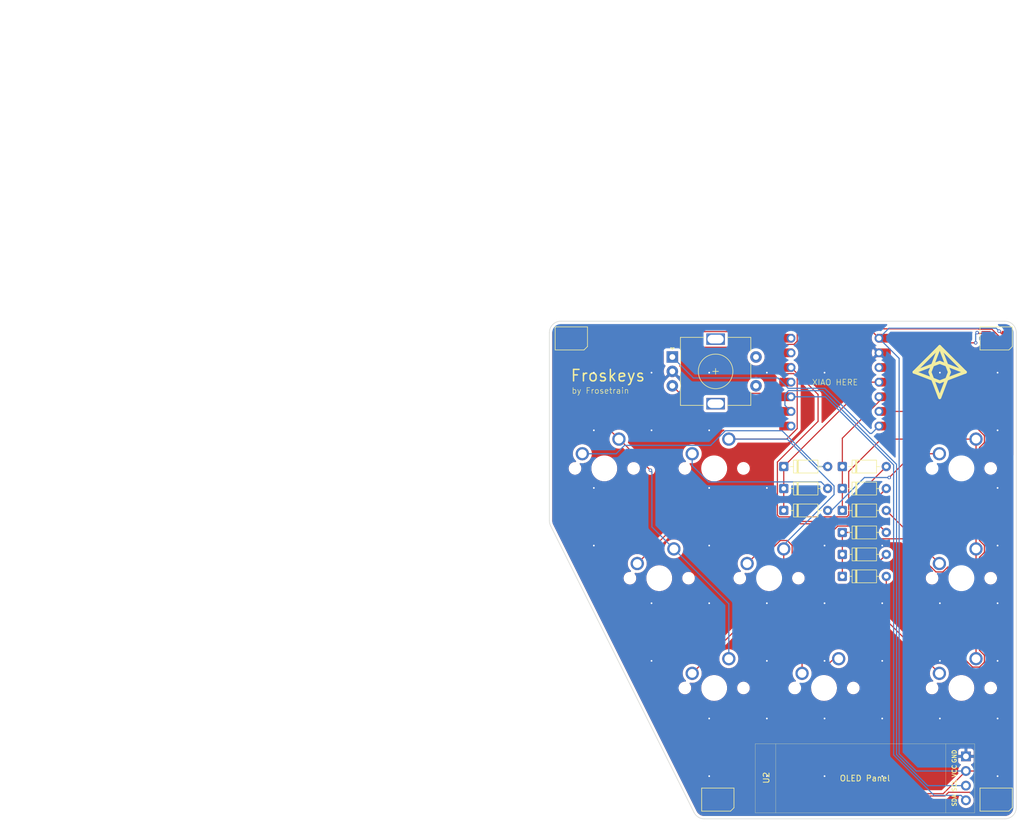
<source format=kicad_pcb>
(kicad_pcb (version 20241229) (generator "pcbnew") (generator_version "9.0")
  (title_block (title "Froskeys") (date "2025-06-22") (rev "1") (company "Frosetrain"))
  (layers (0 "F.Cu" signal) (2 "B.Cu" signal) (13 "F.Paste" user) (15 "B.Paste" user) (5 "F.SilkS" user "F.Silkscreen") (7 "B.SilkS" user "B.Silkscreen") (1 "F.Mask" user) (3 "B.Mask" user) (25 "Edge.Cuts" user))
  (net 0 "")
  (net 1 "Net-(D1-A)")
  (net 2 "ROW1")
  (net 3 "Net-(D2-A)")
  (net 4 "Net-(D3-A)")
  (net 5 "Net-(D4-A)")
  (net 6 "ROW2")
  (net 7 "Net-(D5-A)")
  (net 8 "Net-(D6-A)")
  (net 9 "Net-(D7-A)")
  (net 10 "ROW3")
  (net 11 "Net-(D8-A)")
  (net 12 "Net-(D9-A)")
  (net 13 "DIN")
  (net 14 "Net-(LED1-DOUT)")
  (net 15 "GND")
  (net 16 "+5V")
  (net 17 "Net-(LED2-DOUT)")
  (net 18 "Net-(LED3-DOUT)")
  (net 19 "COL1")
  (net 20 "COL2")
  (net 21 "COL3")
  (net 23 "ENC_A")
  (net 24 "ENC_B")
  (net 26 "SDA")
  (net 28 "SCL")
  (footprint "Diode_THT:D_DO-35_SOD27_P7.62mm_Horizontal" (layer "F.Cu") (at 135.89 88.265)
    (property "Reference" "D3" (hide yes))
    (property "Value" "1N4148")
    (fp_line (start 1.04 0) (end 1.69 0) (stroke (width 0.12)) (layer "F.SilkS"))
    (fp_line (start 2.29 -1.12) (end 2.29 1.12) (stroke (width 0.12)) (layer "F.SilkS"))
    (fp_line (start 2.41 -1.12) (end 2.41 1.12) (stroke (width 0.12)) (layer "F.SilkS"))
    (fp_line (start 2.53 -1.12) (end 2.53 1.12) (stroke (width 0.12)) (layer "F.SilkS"))
    (fp_line (start 6.58 0) (end 5.93 0) (stroke (width 0.12)) (layer "F.SilkS"))
    (fp_rect (start 1.69 -1.12) (end 5.93 1.12) (stroke (width 0.12)) (fill no) (layer "F.SilkS"))
    (pad "1" thru_hole roundrect (at 0 0) (size 1.6 1.6) (drill 0.8) (layers "*.Cu" "*.Mask") (roundrect_rratio 0.15625) (net 2 "ROW1"))
    (pad "2" thru_hole circle (at 7.62 0) (size 1.6 1.6) (drill 0.8) (layers "*.Cu" "*.Mask") (net 4 "Net-(D3-A)"))
  )
  (footprint "Diode_THT:D_DO-35_SOD27_P7.62mm_Horizontal" (layer "F.Cu") (at 146.05 95.885)
    (property "Reference" "D8" (hide yes))
    (property "Value" "1N4148")
    (fp_line (start 1.04 0) (end 1.69 0) (stroke (width 0.12)) (layer "F.SilkS"))
    (fp_line (start 2.29 -1.12) (end 2.29 1.12) (stroke (width 0.12)) (layer "F.SilkS"))
    (fp_line (start 2.41 -1.12) (end 2.41 1.12) (stroke (width 0.12)) (layer "F.SilkS"))
    (fp_line (start 2.53 -1.12) (end 2.53 1.12) (stroke (width 0.12)) (layer "F.SilkS"))
    (fp_line (start 6.58 0) (end 5.93 0) (stroke (width 0.12)) (layer "F.SilkS"))
    (fp_rect (start 1.69 -1.12) (end 5.93 1.12) (stroke (width 0.12)) (fill no) (layer "F.SilkS"))
    (pad "1" thru_hole roundrect (at 0 0) (size 1.6 1.6) (drill 0.8) (layers "*.Cu" "*.Mask") (roundrect_rratio 0.15625) (net 10 "ROW3"))
    (pad "2" thru_hole circle (at 7.62 0) (size 1.6 1.6) (drill 0.8) (layers "*.Cu" "*.Mask") (net 11 "Net-(D8-A)"))
  )
  (footprint "OLED:SSD1306-0.91-OLED-4pin-128x32" (layer "F.Cu") (at 130.975 128.735)
    (property "Reference" "U2" (at 1.9 5.91 90) (layer "F.SilkS"))
    (property "Value" "OLED")
    (fp_line (start 0 0) (end 0 12) (stroke (width 0.04)) (layer "F.SilkS"))
    (fp_line (start 0 12) (end 38 12) (stroke (width 0.04)) (layer "F.SilkS"))
    (fp_line (start 3.5 0) (end 3.5 12) (stroke (width 0.04)) (layer "F.SilkS"))
    (fp_line (start 33 0) (end 33 12) (stroke (width 0.04)) (layer "F.SilkS"))
    (fp_line (start 38 0) (end 0 0) (stroke (width 0.04)) (layer "F.SilkS"))
    (fp_line (start 38 12) (end 38 0) (stroke (width 0.04)) (layer "F.SilkS"))
    (fp_text user "OLED Panel" (at 19 6 0) (layer "F.SilkS"))
    (fp_text user "SCL" (at 34.5 7.27 270) (layer "F.SilkS") (effects (font (size 0.75 0.75))))
    (fp_text user "VCC" (at 34.5 4.73 270) (layer "F.SilkS") (effects (font (size 0.75 0.75))))
    (fp_text user "GND" (at 34.5 2.19 270) (layer "F.SilkS") (effects (font (size 0.75 0.75))))
    (fp_text user "SDA" (at 34.5 9.81 270) (layer "F.SilkS") (effects (font (size 0.75 0.75))))
    (pad "1" thru_hole rect (at 36.5 2.19) (size 1.7 1.7) (drill 1) (layers "*.Cu" "*.Mask") (net 15 "GND"))
    (pad "2" thru_hole oval (at 36.5 4.73) (size 1.7 1.7) (drill 1) (layers "*.Cu" "*.Mask") (net 16 "+5V"))
    (pad "3" thru_hole oval (at 36.5 7.27) (size 1.7 1.7) (drill 1) (layers "*.Cu" "*.Mask") (net 28 "SCL"))
    (pad "4" thru_hole oval (at 36.5 9.81) (size 1.7 1.7) (drill 1) (layers "*.Cu" "*.Mask") (net 26 "SDA"))
  )
  (footprint "Diode_THT:D_DO-35_SOD27_P7.62mm_Horizontal" (layer "F.Cu") (at 135.89 80.645)
    (property "Reference" "D1" (hide yes))
    (property "Value" "1N4148")
    (fp_line (start 1.04 0) (end 1.69 0) (stroke (width 0.12)) (layer "F.SilkS"))
    (fp_line (start 2.29 -1.12) (end 2.29 1.12) (stroke (width 0.12)) (layer "F.SilkS"))
    (fp_line (start 2.41 -1.12) (end 2.41 1.12) (stroke (width 0.12)) (layer "F.SilkS"))
    (fp_line (start 2.53 -1.12) (end 2.53 1.12) (stroke (width 0.12)) (layer "F.SilkS"))
    (fp_line (start 6.58 0) (end 5.93 0) (stroke (width 0.12)) (layer "F.SilkS"))
    (fp_rect (start 1.69 -1.12) (end 5.93 1.12) (stroke (width 0.12)) (fill no) (layer "F.SilkS"))
    (pad "1" thru_hole roundrect (at 0 0) (size 1.6 1.6) (drill 0.8) (layers "*.Cu" "*.Mask") (roundrect_rratio 0.15625) (net 2 "ROW1"))
    (pad "2" thru_hole circle (at 7.62 0) (size 1.6 1.6) (drill 0.8) (layers "*.Cu" "*.Mask") (net 1 "Net-(D1-A)"))
  )
  (footprint "Diode_THT:D_DO-35_SOD27_P7.62mm_Horizontal" (layer "F.Cu") (at 146.05 80.645)
    (property "Reference" "D4" (hide yes))
    (property "Value" "1N4148")
    (fp_line (start 1.04 0) (end 1.69 0) (stroke (width 0.12)) (layer "F.SilkS"))
    (fp_line (start 2.29 -1.12) (end 2.29 1.12) (stroke (width 0.12)) (layer "F.SilkS"))
    (fp_line (start 2.41 -1.12) (end 2.41 1.12) (stroke (width 0.12)) (layer "F.SilkS"))
    (fp_line (start 2.53 -1.12) (end 2.53 1.12) (stroke (width 0.12)) (layer "F.SilkS"))
    (fp_line (start 6.58 0) (end 5.93 0) (stroke (width 0.12)) (layer "F.SilkS"))
    (fp_rect (start 1.69 -1.12) (end 5.93 1.12) (stroke (width 0.12)) (fill no) (layer "F.SilkS"))
    (pad "1" thru_hole roundrect (at 0 0) (size 1.6 1.6) (drill 0.8) (layers "*.Cu" "*.Mask") (roundrect_rratio 0.15625) (net 6 "ROW2"))
    (pad "2" thru_hole circle (at 7.62 0) (size 1.6 1.6) (drill 0.8) (layers "*.Cu" "*.Mask") (net 5 "Net-(D4-A)"))
  )
  (footprint "LED_SMD:LED_SK6812MINI_PLCC4_3.5x3.5mm_P1.75mm" (layer "F.Cu") (at 172.72 138.43)
    (property "Reference" "LED3" (hide yes))
    (property "Value" "SK6812MINI")
    (fp_line (start -2.8 -2) (end -2.8 2) (stroke (width 0.12)) (layer "F.SilkS"))
    (fp_line (start -2.8 -2) (end 2.8 -2) (stroke (width 0.12)) (layer "F.SilkS"))
    (fp_line (start -2.8 2) (end 2.2 2) (stroke (width 0.12)) (layer "F.SilkS"))
    (fp_line (start 2.8 1.4) (end 2.2 2) (stroke (width 0.12)) (layer "F.SilkS"))
    (fp_line (start 2.8 1.4) (end 2.8 -2) (stroke (width 0.12)) (layer "F.SilkS"))
    (pad "1" smd rect (at -1.75 -0.875) (size 1.6 0.85) (layers "F.Cu" "F.Mask" "F.Paste") (net 18 "Net-(LED3-DOUT)"))
    (pad "2" smd rect (at -1.75 0.875) (size 1.6 0.85) (layers "F.Cu" "F.Mask" "F.Paste") (net 15 "GND"))
    (pad "3" smd rect (at 1.75 0.875) (size 1.6 0.85) (layers "F.Cu" "F.Mask" "F.Paste") (net 17 "Net-(LED2-DOUT)"))
    (pad "4" smd rect (at 1.75 -0.875) (size 1.6 0.85) (layers "F.Cu" "F.Mask" "F.Paste") (net 16 "+5V"))
  )
  (footprint "MX:MX-Solderable-1U" (layer "F.Cu") (at 142.875 119.0625)
    (property "Reference" "SW8")
    (property "Value" "MX")
    (pad "" np_thru_hole circle (at -5.08 0 48.099) (size 1.7018 1.7018) (drill 1.7018) (layers "*.Cu" "*.Mask"))
    (pad "" np_thru_hole circle (at 0 0) (size 3.9878 3.9878) (drill 3.9878) (layers "*.Cu" "*.Mask"))
    (pad "" np_thru_hole circle (at 5.08 0 48.099) (size 1.7018 1.7018) (drill 1.7018) (layers "*.Cu" "*.Mask"))
    (pad "1" thru_hole circle (at -3.81 -2.54) (size 2.3 2.3) (drill 1.524) (layers "*.Cu" "B.Mask") (net 11 "Net-(D8-A)"))
    (pad "2" thru_hole circle (at 2.54 -5.08) (size 2.3 2.3) (drill 1.524) (layers "*.Cu" "B.Mask") (net 20 "COL2"))
  )
  (footprint "Rotary_Encoder:RotaryEncoder_Alps_EC11E-Switch_Vertical_H20mm" (layer "F.Cu") (at 116.575 61.635)
    (property "Reference" "SW10" (hide yes))
    (property "Value" "RotaryEncoder_Switch")
    (fp_line (start -0.3 -1.6) (end 0.3 -1.6) (stroke (width 0.12)) (layer "F.SilkS"))
    (fp_line (start 0 -1.3) (end -0.3 -1.6) (stroke (width 0.12)) (layer "F.SilkS"))
    (fp_line (start 0.3 -1.6) (end 0 -1.3) (stroke (width 0.12)) (layer "F.SilkS"))
    (fp_line (start 1.4 -3.4) (end 1.4 8.4) (stroke (width 0.12)) (layer "F.SilkS"))
    (fp_line (start 5.5 -3.4) (end 1.4 -3.4) (stroke (width 0.12)) (layer "F.SilkS"))
    (fp_line (start 5.5 8.4) (end 1.4 8.4) (stroke (width 0.12)) (layer "F.SilkS"))
    (fp_line (start 7 2.5) (end 8 2.5) (stroke (width 0.12)) (layer "F.SilkS"))
    (fp_line (start 7.5 2) (end 7.5 3) (stroke (width 0.12)) (layer "F.SilkS"))
    (fp_line (start 9.5 -3.4) (end 13.6 -3.4) (stroke (width 0.12)) (layer "F.SilkS"))
    (fp_line (start 13.6 -3.4) (end 13.6 -1) (stroke (width 0.12)) (layer "F.SilkS"))
    (fp_line (start 13.6 1.2) (end 13.6 3.8) (stroke (width 0.12)) (layer "F.SilkS"))
    (fp_line (start 13.6 6) (end 13.6 8.4) (stroke (width 0.12)) (layer "F.SilkS"))
    (fp_line (start 13.6 8.4) (end 9.5 8.4) (stroke (width 0.12)) (layer "F.SilkS"))
    (fp_circle (center 7.5 2.5) (end 10.5 2.5) (stroke (width 0.12)) (fill no) (layer "F.SilkS"))
    (pad "A" thru_hole rect (at 0 0) (size 2 2) (drill 1) (layers "*.Cu" "*.Mask") (net 23 "ENC_A"))
    (pad "B" thru_hole circle (at 0 5) (size 2 2) (drill 1) (layers "*.Cu" "*.Mask") (net 24 "ENC_B"))
    (pad "C" thru_hole circle (at 0 2.5) (size 2 2) (drill 1) (layers "*.Cu" "*.Mask") (net 15 "GND"))
    (pad "MP" thru_hole rect (at 7.5 -3.1) (size 3.2 2) (drill oval 2.8 1.5) (layers "*.Cu" "*.Mask"))
    (pad "MP" thru_hole rect (at 7.5 8.1) (size 3.2 2) (drill oval 2.8 1.5) (layers "*.Cu" "*.Mask"))
    (pad "S1" thru_hole circle (at 14.5 5) (size 2 2) (drill 1) (layers "*.Cu" "*.Mask"))
    (pad "S2" thru_hole circle (at 14.5 0) (size 2 2) (drill 1) (layers "*.Cu" "*.Mask"))
  )
  (footprint "MX:MX-Solderable-1U" (layer "F.Cu") (at 166.6875 80.9625)
    (property "Reference" "SW3")
    (property "Value" "MX")
    (pad "" np_thru_hole circle (at -5.08 0 48.099) (size 1.7018 1.7018) (drill 1.7018) (layers "*.Cu" "*.Mask"))
    (pad "" np_thru_hole circle (at 0 0) (size 3.9878 3.9878) (drill 3.9878) (layers "*.Cu" "*.Mask"))
    (pad "" np_thru_hole circle (at 5.08 0 48.099) (size 1.7018 1.7018) (drill 1.7018) (layers "*.Cu" "*.Mask"))
    (pad "1" thru_hole circle (at -3.81 -2.54) (size 2.3 2.3) (drill 1.524) (layers "*.Cu" "B.Mask") (net 4 "Net-(D3-A)"))
    (pad "2" thru_hole circle (at 2.54 -5.08) (size 2.3 2.3) (drill 1.524) (layers "*.Cu" "B.Mask") (net 21 "COL3"))
  )
  (footprint "MX:MX-Solderable-1U" (layer "F.Cu") (at 104.775 80.9625)
    (property "Reference" "SW1")
    (property "Value" "MX")
    (pad "" np_thru_hole circle (at -5.08 0 48.099) (size 1.7018 1.7018) (drill 1.7018) (layers "*.Cu" "*.Mask"))
    (pad "" np_thru_hole circle (at 0 0) (size 3.9878 3.9878) (drill 3.9878) (layers "*.Cu" "*.Mask"))
    (pad "" np_thru_hole circle (at 5.08 0 48.099) (size 1.7018 1.7018) (drill 1.7018) (layers "*.Cu" "*.Mask"))
    (pad "1" thru_hole circle (at -3.81 -2.54) (size 2.3 2.3) (drill 1.524) (layers "*.Cu" "B.Mask") (net 1 "Net-(D1-A)"))
    (pad "2" thru_hole circle (at 2.54 -5.08) (size 2.3 2.3) (drill 1.524) (layers "*.Cu" "B.Mask") (net 19 "COL1"))
  )
  (footprint "MX:MX-Solderable-1U" (layer "F.Cu") (at 166.6875 100.0125)
    (property "Reference" "SW6")
    (property "Value" "MX")
    (pad "" np_thru_hole circle (at -5.08 0 48.099) (size 1.7018 1.7018) (drill 1.7018) (layers "*.Cu" "*.Mask"))
    (pad "" np_thru_hole circle (at 0 0) (size 3.9878 3.9878) (drill 3.9878) (layers "*.Cu" "*.Mask"))
    (pad "" np_thru_hole circle (at 5.08 0 48.099) (size 1.7018 1.7018) (drill 1.7018) (layers "*.Cu" "*.Mask"))
    (pad "1" thru_hole circle (at -3.81 -2.54) (size 2.3 2.3) (drill 1.524) (layers "*.Cu" "B.Mask") (net 8 "Net-(D6-A)"))
    (pad "2" thru_hole circle (at 2.54 -5.08) (size 2.3 2.3) (drill 1.524) (layers "*.Cu" "B.Mask") (net 21 "COL3"))
  )
  (footprint "Diode_THT:D_DO-35_SOD27_P7.62mm_Horizontal" (layer "F.Cu") (at 135.89 84.455)
    (property "Reference" "D2" (hide yes))
    (property "Value" "1N4148")
    (fp_line (start 1.04 0) (end 1.69 0) (stroke (width 0.12)) (layer "F.SilkS"))
    (fp_line (start 2.29 -1.12) (end 2.29 1.12) (stroke (width 0.12)) (layer "F.SilkS"))
    (fp_line (start 2.41 -1.12) (end 2.41 1.12) (stroke (width 0.12)) (layer "F.SilkS"))
    (fp_line (start 2.53 -1.12) (end 2.53 1.12) (stroke (width 0.12)) (layer "F.SilkS"))
    (fp_line (start 6.58 0) (end 5.93 0) (stroke (width 0.12)) (layer "F.SilkS"))
    (fp_rect (start 1.69 -1.12) (end 5.93 1.12) (stroke (width 0.12)) (fill no) (layer "F.SilkS"))
    (pad "1" thru_hole roundrect (at 0 0) (size 1.6 1.6) (drill 0.8) (layers "*.Cu" "*.Mask") (roundrect_rratio 0.15625) (net 2 "ROW1"))
    (pad "2" thru_hole circle (at 7.62 0) (size 1.6 1.6) (drill 0.8) (layers "*.Cu" "*.Mask") (net 3 "Net-(D2-A)"))
  )
  (footprint "LED_SMD:LED_SK6812MINI_PLCC4_3.5x3.5mm_P1.75mm" (layer "F.Cu") (at 99.06 58.42)
    (property "Reference" "LED1" (hide yes))
    (property "Value" "SK6812MINI")
    (fp_line (start -2.8 -2) (end -2.8 2) (stroke (width 0.12)) (layer "F.SilkS"))
    (fp_line (start -2.8 -2) (end 2.8 -2) (stroke (width 0.12)) (layer "F.SilkS"))
    (fp_line (start -2.8 2) (end 2.2 2) (stroke (width 0.12)) (layer "F.SilkS"))
    (fp_line (start 2.8 1.4) (end 2.2 2) (stroke (width 0.12)) (layer "F.SilkS"))
    (fp_line (start 2.8 1.4) (end 2.8 -2) (stroke (width 0.12)) (layer "F.SilkS"))
    (pad "1" smd rect (at -1.75 -0.875) (size 1.6 0.85) (layers "F.Cu" "F.Mask" "F.Paste") (net 14 "Net-(LED1-DOUT)"))
    (pad "2" smd rect (at -1.75 0.875) (size 1.6 0.85) (layers "F.Cu" "F.Mask" "F.Paste") (net 15 "GND"))
    (pad "3" smd rect (at 1.75 0.875) (size 1.6 0.85) (layers "F.Cu" "F.Mask" "F.Paste") (net 13 "DIN"))
    (pad "4" smd rect (at 1.75 -0.875) (size 1.6 0.85) (layers "F.Cu" "F.Mask" "F.Paste") (net 16 "+5V"))
  )
  (footprint "MX:MX-Solderable-1U" (layer "F.Cu") (at 133.35 100.0125)
    (property "Reference" "SW5")
    (property "Value" "MX")
    (pad "" np_thru_hole circle (at -5.08 0 48.099) (size 1.7018 1.7018) (drill 1.7018) (layers "*.Cu" "*.Mask"))
    (pad "" np_thru_hole circle (at 0 0) (size 3.9878 3.9878) (drill 3.9878) (layers "*.Cu" "*.Mask"))
    (pad "" np_thru_hole circle (at 5.08 0 48.099) (size 1.7018 1.7018) (drill 1.7018) (layers "*.Cu" "*.Mask"))
    (pad "1" thru_hole circle (at -3.81 -2.54) (size 2.3 2.3) (drill 1.524) (layers "*.Cu" "B.Mask") (net 7 "Net-(D5-A)"))
    (pad "2" thru_hole circle (at 2.54 -5.08) (size 2.3 2.3) (drill 1.524) (layers "*.Cu" "B.Mask") (net 20 "COL2"))
  )
  (footprint "MX:MX-Solderable-1U" (layer "F.Cu") (at 114.3 100.0125)
    (property "Reference" "SW4")
    (property "Value" "MX")
    (pad "" np_thru_hole circle (at -5.08 0 48.099) (size 1.7018 1.7018) (drill 1.7018) (layers "*.Cu" "*.Mask"))
    (pad "" np_thru_hole circle (at 0 0) (size 3.9878 3.9878) (drill 3.9878) (layers "*.Cu" "*.Mask"))
    (pad "" np_thru_hole circle (at 5.08 0 48.099) (size 1.7018 1.7018) (drill 1.7018) (layers "*.Cu" "*.Mask"))
    (pad "1" thru_hole circle (at -3.81 -2.54) (size 2.3 2.3) (drill 1.524) (layers "*.Cu" "B.Mask") (net 5 "Net-(D4-A)"))
    (pad "2" thru_hole circle (at 2.54 -5.08) (size 2.3 2.3) (drill 1.524) (layers "*.Cu" "B.Mask") (net 19 "COL1"))
  )
  (footprint "OPL:XIAO-RP2040-DIP" (layer "F.Cu") (at 144.78 66)
    (property "Reference" "U1" (hide yes))
    (property "Value" "XIAO-RP2040-DIP" (hide yes))
    (pad "1" smd roundrect (at -8.455 -7.62 180) (size 2.432 1.524) (layers "F.Cu" "F.Mask") (roundrect_rratio 0.1) (net 19 "COL1"))
    (pad "1" thru_hole circle (at -7.62 -7.62 180) (size 1.524 1.524) (drill 0.889) (layers "*.Cu" "*.Mask") (net 19 "COL1"))
    (pad "2" smd roundrect (at -8.455 -5.08 180) (size 2.432 1.524) (layers "F.Cu" "F.Mask") (roundrect_rratio 0.1) (net 20 "COL2"))
    (pad "2" thru_hole circle (at -7.62 -5.08 180) (size 1.524 1.524) (drill 0.889) (layers "*.Cu" "*.Mask") (net 20 "COL2"))
    (pad "3" smd roundrect (at -8.455 -2.54 180) (size 2.432 1.524) (layers "F.Cu" "F.Mask") (roundrect_rratio 0.1) (net 21 "COL3"))
    (pad "3" thru_hole circle (at -7.62 -2.54 180) (size 1.524 1.524) (drill 0.889) (layers "*.Cu" "*.Mask") (net 21 "COL3"))
    (pad "4" smd roundrect (at -8.455 0 180) (size 2.432 1.524) (layers "F.Cu" "F.Mask") (roundrect_rratio 0.1) (net 24 "ENC_B"))
    (pad "4" thru_hole circle (at -7.62 0 180) (size 1.524 1.524) (drill 0.889) (layers "*.Cu" "*.Mask") (net 24 "ENC_B"))
    (pad "5" smd roundrect (at -8.455 2.54 180) (size 2.432 1.524) (layers "F.Cu" "F.Mask") (roundrect_rratio 0.1) (net 26 "SDA"))
    (pad "5" thru_hole circle (at -7.62 2.54 180) (size 1.524 1.524) (drill 0.889) (layers "*.Cu" "*.Mask") (net 26 "SDA"))
    (pad "6" smd roundrect (at -8.455 5.08 180) (size 2.432 1.524) (layers "F.Cu" "F.Mask") (roundrect_rratio 0.1) (net 28 "SCL"))
    (pad "6" thru_hole circle (at -7.62 5.08 180) (size 1.524 1.524) (drill 0.889) (layers "*.Cu" "*.Mask") (net 28 "SCL"))
    (pad "7" smd roundrect (at -8.455 7.62 180) (size 2.432 1.524) (layers "F.Cu" "F.Mask") (roundrect_rratio 0.1) (net 13 "DIN"))
    (pad "7" thru_hole circle (at -7.62 7.62 180) (size 1.524 1.524) (drill 0.889) (layers "*.Cu" "*.Mask") (net 13 "DIN"))
    (pad "8" thru_hole circle (at 7.62 7.62) (size 1.524 1.524) (drill 0.889) (layers "*.Cu" "*.Mask") (net 23 "ENC_A"))
    (pad "8" smd roundrect (at 8.455 7.62) (size 2.432 1.524) (layers "F.Cu" "F.Mask") (roundrect_rratio 0.1) (net 23 "ENC_A"))
    (pad "9" thru_hole circle (at 7.62 5.08) (size 1.524 1.524) (drill 0.889) (layers "*.Cu" "*.Mask") (net 10 "ROW3"))
    (pad "9" smd roundrect (at 8.455 5.08) (size 2.432 1.524) (layers "F.Cu" "F.Mask") (roundrect_rratio 0.1) (net 10 "ROW3"))
    (pad "10" thru_hole circle (at 7.62 2.54) (size 1.524 1.524) (drill 0.889) (layers "*.Cu" "*.Mask") (net 6 "ROW2"))
    (pad "10" smd roundrect (at 8.455 2.54) (size 2.432 1.524) (layers "F.Cu" "F.Mask") (roundrect_rratio 0.1) (net 6 "ROW2"))
    (pad "11" thru_hole circle (at 7.62 0) (size 1.524 1.524) (drill 0.889) (layers "*.Cu" "*.Mask") (net 2 "ROW1"))
    (pad "11" smd roundrect (at 8.455 0) (size 2.432 1.524) (layers "F.Cu" "F.Mask") (roundrect_rratio 0.1) (net 2 "ROW1"))
    (pad "12" thru_hole circle (at 7.62 -2.54) (size 1.524 1.524) (drill 0.889) (layers "*.Cu" "*.Mask"))
    (pad "12" smd roundrect (at 8.455 -2.54) (size 2.432 1.524) (layers "F.Cu" "F.Mask") (roundrect_rratio 0.1))
    (pad "13" thru_hole circle (at 7.62 -5.08) (size 1.524 1.524) (drill 0.889) (layers "*.Cu" "*.Mask") (net 15 "GND"))
    (pad "13" smd roundrect (at 8.455 -5.08) (size 2.432 1.524) (layers "F.Cu" "F.Mask") (roundrect_rratio 0.1) (net 15 "GND"))
    (pad "14" thru_hole circle (at 7.62 -7.62) (size 1.524 1.524) (drill 0.889) (layers "*.Cu" "*.Mask") (net 16 "+5V"))
    (pad "14" smd roundrect (at 8.455 -7.62) (size 2.432 1.524) (layers "F.Cu" "F.Mask") (roundrect_rratio 0.1) (net 16 "+5V"))
  )
  (footprint "Diode_THT:D_DO-35_SOD27_P7.62mm_Horizontal" (layer "F.Cu") (at 146.05 88.265)
    (property "Reference" "D6" (hide yes))
    (property "Value" "1N4148")
    (fp_line (start 1.04 0) (end 1.69 0) (stroke (width 0.12)) (layer "F.SilkS"))
    (fp_line (start 2.29 -1.12) (end 2.29 1.12) (stroke (width 0.12)) (layer "F.SilkS"))
    (fp_line (start 2.41 -1.12) (end 2.41 1.12) (stroke (width 0.12)) (layer "F.SilkS"))
    (fp_line (start 2.53 -1.12) (end 2.53 1.12) (stroke (width 0.12)) (layer "F.SilkS"))
    (fp_line (start 6.58 0) (end 5.93 0) (stroke (width 0.12)) (layer "F.SilkS"))
    (fp_rect (start 1.69 -1.12) (end 5.93 1.12) (stroke (width 0.12)) (fill no) (layer "F.SilkS"))
    (pad "1" thru_hole roundrect (at 0 0) (size 1.6 1.6) (drill 0.8) (layers "*.Cu" "*.Mask") (roundrect_rratio 0.15625) (net 6 "ROW2"))
    (pad "2" thru_hole circle (at 7.62 0) (size 1.6 1.6) (drill 0.8) (layers "*.Cu" "*.Mask") (net 8 "Net-(D6-A)"))
  )
  (footprint "MX:MX-Solderable-1U" (layer "F.Cu") (at 166.6875 119.0625)
    (property "Reference" "SW9")
    (property "Value" "MX")
    (pad "" np_thru_hole circle (at -5.08 0 48.099) (size 1.7018 1.7018) (drill 1.7018) (layers "*.Cu" "*.Mask"))
    (pad "" np_thru_hole circle (at 0 0) (size 3.9878 3.9878) (drill 3.9878) (layers "*.Cu" "*.Mask"))
    (pad "" np_thru_hole circle (at 5.08 0 48.099) (size 1.7018 1.7018) (drill 1.7018) (layers "*.Cu" "*.Mask"))
    (pad "1" thru_hole circle (at -3.81 -2.54) (size 2.3 2.3) (drill 1.524) (layers "*.Cu" "B.Mask") (net 12 "Net-(D9-A)"))
    (pad "2" thru_hole circle (at 2.54 -5.08) (size 2.3 2.3) (drill 1.524) (layers "*.Cu" "B.Mask") (net 21 "COL3"))
  )
  (footprint "Diode_THT:D_DO-35_SOD27_P7.62mm_Horizontal" (layer "F.Cu") (at 146.05 84.455)
    (property "Reference" "D5" (hide yes))
    (property "Value" "1N4148")
    (fp_line (start 1.04 0) (end 1.69 0) (stroke (width 0.12)) (layer "F.SilkS"))
    (fp_line (start 2.29 -1.12) (end 2.29 1.12) (stroke (width 0.12)) (layer "F.SilkS"))
    (fp_line (start 2.41 -1.12) (end 2.41 1.12) (stroke (width 0.12)) (layer "F.SilkS"))
    (fp_line (start 2.53 -1.12) (end 2.53 1.12) (stroke (width 0.12)) (layer "F.SilkS"))
    (fp_line (start 6.58 0) (end 5.93 0) (stroke (width 0.12)) (layer "F.SilkS"))
    (fp_rect (start 1.69 -1.12) (end 5.93 1.12) (stroke (width 0.12)) (fill no) (layer "F.SilkS"))
    (pad "1" thru_hole roundrect (at 0 0) (size 1.6 1.6) (drill 0.8) (layers "*.Cu" "*.Mask") (roundrect_rratio 0.15625) (net 6 "ROW2"))
    (pad "2" thru_hole circle (at 7.62 0) (size 1.6 1.6) (drill 0.8) (layers "*.Cu" "*.Mask") (net 7 "Net-(D5-A)"))
  )
  (footprint "MX:MX-Solderable-1U" (layer "F.Cu") (at 123.825 80.9625)
    (property "Reference" "SW2")
    (property "Value" "MX")
    (pad "" np_thru_hole circle (at -5.08 0 48.099) (size 1.7018 1.7018) (drill 1.7018) (layers "*.Cu" "*.Mask"))
    (pad "" np_thru_hole circle (at 0 0) (size 3.9878 3.9878) (drill 3.9878) (layers "*.Cu" "*.Mask"))
    (pad "" np_thru_hole circle (at 5.08 0 48.099) (size 1.7018 1.7018) (drill 1.7018) (layers "*.Cu" "*.Mask"))
    (pad "1" thru_hole circle (at -3.81 -2.54) (size 2.3 2.3) (drill 1.524) (layers "*.Cu" "B.Mask") (net 3 "Net-(D2-A)"))
    (pad "2" thru_hole circle (at 2.54 -5.08) (size 2.3 2.3) (drill 1.524) (layers "*.Cu" "B.Mask") (net 20 "COL2"))
  )
  (footprint "Diode_THT:D_DO-35_SOD27_P7.62mm_Horizontal" (layer "F.Cu") (at 146.05 92.075)
    (property "Reference" "D7" (hide yes))
    (property "Value" "1N4148")
    (fp_line (start 1.04 0) (end 1.69 0) (stroke (width 0.12)) (layer "F.SilkS"))
    (fp_line (start 2.29 -1.12) (end 2.29 1.12) (stroke (width 0.12)) (layer "F.SilkS"))
    (fp_line (start 2.41 -1.12) (end 2.41 1.12) (stroke (width 0.12)) (layer "F.SilkS"))
    (fp_line (start 2.53 -1.12) (end 2.53 1.12) (stroke (width 0.12)) (layer "F.SilkS"))
    (fp_line (start 6.58 0) (end 5.93 0) (stroke (width 0.12)) (layer "F.SilkS"))
    (fp_rect (start 1.69 -1.12) (end 5.93 1.12) (stroke (width 0.12)) (fill no) (layer "F.SilkS"))
    (pad "1" thru_hole roundrect (at 0 0) (size 1.6 1.6) (drill 0.8) (layers "*.Cu" "*.Mask") (roundrect_rratio 0.15625) (net 10 "ROW3"))
    (pad "2" thru_hole circle (at 7.62 0) (size 1.6 1.6) (drill 0.8) (layers "*.Cu" "*.Mask") (net 9 "Net-(D7-A)"))
  )
  (footprint "Diode_THT:D_DO-35_SOD27_P7.62mm_Horizontal" (layer "F.Cu") (at 146.05 99.695)
    (property "Reference" "D9" (hide yes))
    (property "Value" "1N4148")
    (fp_line (start 1.04 0) (end 1.69 0) (stroke (width 0.12)) (layer "F.SilkS"))
    (fp_line (start 2.29 -1.12) (end 2.29 1.12) (stroke (width 0.12)) (layer "F.SilkS"))
    (fp_line (start 2.41 -1.12) (end 2.41 1.12) (stroke (width 0.12)) (layer "F.SilkS"))
    (fp_line (start 2.53 -1.12) (end 2.53 1.12) (stroke (width 0.12)) (layer "F.SilkS"))
    (fp_line (start 6.58 0) (end 5.93 0) (stroke (width 0.12)) (layer "F.SilkS"))
    (fp_rect (start 1.69 -1.12) (end 5.93 1.12) (stroke (width 0.12)) (fill no) (layer "F.SilkS"))
    (pad "1" thru_hole roundrect (at 0 0) (size 1.6 1.6) (drill 0.8) (layers "*.Cu" "*.Mask") (roundrect_rratio 0.15625) (net 10 "ROW3"))
    (pad "2" thru_hole circle (at 7.62 0) (size 1.6 1.6) (drill 0.8) (layers "*.Cu" "*.Mask") (net 12 "Net-(D9-A)"))
  )
  (footprint "LED_SMD:LED_SK6812MINI_PLCC4_3.5x3.5mm_P1.75mm" (layer "F.Cu") (at 172.72 58.42)
    (property "Reference" "LED2" (hide yes))
    (property "Value" "SK6812MINI")
    (fp_line (start -2.8 -2) (end -2.8 2) (stroke (width 0.12)) (layer "F.SilkS"))
    (fp_line (start -2.8 -2) (end 2.8 -2) (stroke (width 0.12)) (layer "F.SilkS"))
    (fp_line (start -2.8 2) (end 2.2 2) (stroke (width 0.12)) (layer "F.SilkS"))
    (fp_line (start 2.8 1.4) (end 2.2 2) (stroke (width 0.12)) (layer "F.SilkS"))
    (fp_line (start 2.8 1.4) (end 2.8 -2) (stroke (width 0.12)) (layer "F.SilkS"))
    (pad "1" smd rect (at -1.75 -0.875) (size 1.6 0.85) (layers "F.Cu" "F.Mask" "F.Paste") (net 17 "Net-(LED2-DOUT)"))
    (pad "2" smd rect (at -1.75 0.875) (size 1.6 0.85) (layers "F.Cu" "F.Mask" "F.Paste") (net 15 "GND"))
    (pad "3" smd rect (at 1.75 0.875) (size 1.6 0.85) (layers "F.Cu" "F.Mask" "F.Paste") (net 14 "Net-(LED1-DOUT)"))
    (pad "4" smd rect (at 1.75 -0.875) (size 1.6 0.85) (layers "F.Cu" "F.Mask" "F.Paste") (net 16 "+5V"))
  )
  (footprint "MX:MX-Solderable-1U" (layer "F.Cu") (at 123.825 119.0625)
    (property "Reference" "SW7")
    (property "Value" "MX")
    (pad "" np_thru_hole circle (at -5.08 0 48.099) (size 1.7018 1.7018) (drill 1.7018) (layers "*.Cu" "*.Mask"))
    (pad "" np_thru_hole circle (at 0 0) (size 3.9878 3.9878) (drill 3.9878) (layers "*.Cu" "*.Mask"))
    (pad "" np_thru_hole circle (at 5.08 0 48.099) (size 1.7018 1.7018) (drill 1.7018) (layers "*.Cu" "*.Mask"))
    (pad "1" thru_hole circle (at -3.81 -2.54) (size 2.3 2.3) (drill 1.524) (layers "*.Cu" "B.Mask") (net 9 "Net-(D7-A)"))
    (pad "2" thru_hole circle (at 2.54 -5.08) (size 2.3 2.3) (drill 1.524) (layers "*.Cu" "B.Mask") (net 19 "COL1"))
  )
  (footprint "LED_SMD:LED_SK6812MINI_PLCC4_3.5x3.5mm_P1.75mm" (layer "F.Cu") (at 124.46 138.43)
    (property "Reference" "LED4" (hide yes))
    (property "Value" "SK6812MINI")
    (fp_line (start -2.8 -2) (end -2.8 2) (stroke (width 0.12)) (layer "F.SilkS"))
    (fp_line (start -2.8 -2) (end 2.8 -2) (stroke (width 0.12)) (layer "F.SilkS"))
    (fp_line (start -2.8 2) (end 2.2 2) (stroke (width 0.12)) (layer "F.SilkS"))
    (fp_line (start 2.8 1.4) (end 2.2 2) (stroke (width 0.12)) (layer "F.SilkS"))
    (fp_line (start 2.8 1.4) (end 2.8 -2) (stroke (width 0.12)) (layer "F.SilkS"))
    (pad "1" smd rect (at -1.75 -0.875) (size 1.6 0.85) (layers "F.Cu" "F.Mask" "F.Paste"))
    (pad "2" smd rect (at -1.75 0.875) (size 1.6 0.85) (layers "F.Cu" "F.Mask" "F.Paste") (net 15 "GND"))
    (pad "3" smd rect (at 1.75 0.875) (size 1.6 0.85) (layers "F.Cu" "F.Mask" "F.Paste") (net 18 "Net-(LED3-DOUT)"))
    (pad "4" smd rect (at 1.75 -0.875) (size 1.6 0.85) (layers "F.Cu" "F.Mask" "F.Paste") (net 16 "+5V"))
  )
  (gr_line (start 158.496 64.262) (end 162.929204 59.828795) (stroke (width 0.529166)) (layer "F.SilkS"))
  (gr_line (start 162.929204 59.828795) (end 167.362408 64.262) (stroke (width 0.529166)) (layer "F.SilkS"))
  (gr_line (start 162.929204 62.568666) (end 167.362408 64.262) (stroke (width 0.529166)) (layer "F.SilkS"))
  (gr_line (start 162.929204 65.955333) (end 158.496 64.262) (stroke (width 0.529166)) (layer "F.SilkS"))
  (gr_poly (pts (xy 164.622538 64.262) (xy 162.929204 68.695204) (xy 161.235871 64.262) (xy 162.929204 59.828795)) (stroke (width 0.529166)) (fill no) (layer "F.SilkS"))
  (gr_line (start 167.362408 64.262) (end 162.929204 65.955333) (stroke (width 0.529166)) (layer "F.SilkS"))
  (gr_line (start 158.496 64.262) (end 162.929204 62.568666) (stroke (width 0.529166)) (layer "F.SilkS"))
  (gr_line (start 120.334966 140.661229) (end 95.460898 90.913092) (stroke (width 0.1)) (layer "Edge.Cuts"))
  (gr_line (start 95.249752 90.018665) (end 95.249752 57.4228) (stroke (width 0.1)) (layer "Edge.Cuts"))
  (gr_arc (start 95.460898 90.913092) (mid 95.303258 90.478171) (end 95.249752 90.018665) (stroke (width 0.1)) (layer "Edge.Cuts"))
  (gr_arc (start 174.212749 55.4228) (mid 175.626963 56.008586) (end 176.212749 57.4228) (stroke (width 0.1)) (layer "Edge.Cuts"))
  (gr_line (start 97.249752 55.4228) (end 174.212749 55.4228) (stroke (width 0.1)) (layer "Edge.Cuts"))
  (gr_arc (start 95.249752 57.4228) (mid 95.835536 56.008569) (end 97.249752 55.4228) (stroke (width 0.1)) (layer "Edge.Cuts"))
  (gr_line (start 174.212749 141.766802) (end 122.12382 141.766802) (stroke (width 0.1)) (layer "Edge.Cuts"))
  (gr_line (start 176.212749 57.4228) (end 176.212749 139.766802) (stroke (width 0.1)) (layer "Edge.Cuts"))
  (gr_arc (start 122.12382 141.766802) (mid 121.072358 141.468104) (end 120.334966 140.661229) (stroke (width 0.1)) (layer "Edge.Cuts"))
  (gr_arc (start 176.212749 139.766802) (mid 175.626959 141.180996) (end 174.212749 141.766802) (stroke (width 0.1)) (layer "Edge.Cuts"))
  (gr_text "by Frosetrain" (at 99.06 68.072 0) (layer "F.SilkS") (effects (font (size 1 1) (thickness 0.1)) (justify left bottom)))
  (gr_text "XIAO HERE" (at 144.78 66.04 0) (layer "F.SilkS") (effects (font (size 1 1) (thickness 0.1))))
  (gr_text "Froskeys" (at 98.806 66.04 0) (layer "F.SilkS") (effects (font (size 2 2) (thickness 0.25)) (justify left bottom)))
  (segment (start 123.223976 76.9715) (end 125.763976 74.4315) (width 0.2) (layer "B.Cu") (net 1))
  (segment (start 100.965 78.4225) (end 106.827024 78.4225) (width 0.2) (layer "B.Cu") (net 1))
  (segment (start 141.82415 80.645) (end 143.51 80.645) (width 0.2) (layer "B.Cu") (net 1))
  (segment (start 125.763976 74.4315) (end 135.61065 74.4315) (width 0.2) (layer "B.Cu") (net 1))
  (segment (start 106.827024 78.4225) (end 108.278024 76.9715) (width 0.2) (layer "B.Cu") (net 1))
  (segment (start 135.61065 74.4315) (end 141.82415 80.645) (width 0.2) (layer "B.Cu") (net 1))
  (segment (start 108.278024 76.9715) (end 123.223976 76.9715) (width 0.2) (layer "B.Cu") (net 1))
  (segment (start 135.89 80.645) (end 135.89 84.455) (width 0.2) (layer "F.Cu") (net 2))
  (segment (start 135.89 84.455) (end 135.89 88.265) (width 0.2) (layer "F.Cu") (net 2))
  (segment (start 153.235 66) (end 150.535 66) (width 0.2) (layer "F.Cu") (net 2))
  (segment (start 150.535 66) (end 135.89 80.645) (width 0.2) (layer "F.Cu") (net 2))
  (segment (start 120.015 80.468689) (end 120.015 78.4225) (width 0.2) (layer "B.Cu") (net 3))
  (segment (start 122.853711 83.3074) (end 120.015 80.468689) (width 0.2) (layer "B.Cu") (net 3))
  (segment (start 143.51 84.455) (end 142.3624 83.3074) (width 0.2) (layer "B.Cu") (net 3))
  (segment (start 142.3624 83.3074) (end 122.853711 83.3074) (width 0.2) (layer "B.Cu") (net 3))
  (segment (start 158.3055 78.4225) (end 162.8775 78.4225) (width 0.2) (layer "F.Cu") (net 4))
  (segment (start 154.178 82.55) (end 158.3055 78.4225) (width 0.2) (layer "F.Cu") (net 4))
  (via (at 154.178 82.55) (size 0.6) (drill 0.3) (layers "F.Cu" "B.Cu") (net 4))
  (segment (start 143.51 88.265) (end 144.16384 88.265) (width 0.2) (layer "B.Cu") (net 4))
  (segment (start 144.16384 88.265) (end 149.87884 82.55) (width 0.2) (layer "B.Cu") (net 4))
  (segment (start 149.87884 82.55) (end 154.178 82.55) (width 0.2) (layer "B.Cu") (net 4))
  (segment (start 147.552 89.214845) (end 146.593845 90.173) (width 0.2) (layer "F.Cu") (net 5))
  (segment (start 146.593845 90.173) (end 117.7895 90.173) (width 0.2) (layer "F.Cu") (net 5))
  (segment (start 153.67 80.645) (end 147.552 86.763) (width 0.2) (layer "F.Cu") (net 5))
  (segment (start 117.7895 90.173) (end 110.49 97.4725) (width 0.2) (layer "F.Cu") (net 5))
  (segment (start 147.552 86.763) (end 147.552 89.214845) (width 0.2) (layer "F.Cu") (net 5))
  (segment (start 153.235 68.54) (end 146.05 75.725) (width 0.2) (layer "F.Cu") (net 6))
  (segment (start 146.05 84.455) (end 146.05 88.265) (width 0.2) (layer "F.Cu") (net 6))
  (segment (start 146.05 75.725) (end 146.05 80.645) (width 0.2) (layer "F.Cu") (net 6))
  (segment (start 146.05 80.645) (end 146.05 84.455) (width 0.2) (layer "F.Cu") (net 6))
  (segment (start 136.4395 90.573) (end 129.54 97.4725) (width 0.2) (layer "F.Cu") (net 7))
  (segment (start 147.552 90.573) (end 136.4395 90.573) (width 0.2) (layer "F.Cu") (net 7))
  (segment (start 153.67 84.455) (end 147.552 90.573) (width 0.2) (layer "F.Cu") (net 7))
  (segment (start 153.67 88.265) (end 162.8775 97.4725) (width 0.2) (layer "F.Cu") (net 8))
  (segment (start 130.6051 98.875526) (end 130.6051 105.9324) (width 0.2) (layer "F.Cu") (net 9))
  (segment (start 138.348714 97.6676) (end 137.341 96.659886) (width 0.2) (layer "F.Cu") (net 9))
  (segment (start 145.26484 90.974) (end 138.57124 97.6676) (width 0.2) (layer "F.Cu") (net 9))
  (segment (start 153.67 92.075) (end 152.569 90.974) (width 0.2) (layer "F.Cu") (net 9))
  (segment (start 152.569 90.974) (end 145.26484 90.974) (width 0.2) (layer "F.Cu") (net 9))
  (segment (start 135.288976 93.4815) (end 133.360626 95.40985) (width 0.2) (layer "F.Cu") (net 9))
  (segment (start 136.491024 93.4815) (end 135.288976 93.4815) (width 0.2) (layer "F.Cu") (net 9))
  (segment (start 138.57124 97.6676) (end 138.348714 97.6676) (width 0.2) (layer "F.Cu") (net 9))
  (segment (start 130.6051 105.9324) (end 120.015 116.5225) (width 0.2) (layer "F.Cu") (net 9))
  (segment (start 133.360626 96.12) (end 130.6051 98.875526) (width 0.2) (layer "F.Cu") (net 9))
  (segment (start 137.341 96.659886) (end 137.341 94.331476) (width 0.2) (layer "F.Cu") (net 9))
  (segment (start 137.341 94.331476) (end 136.491024 93.4815) (width 0.2) (layer "F.Cu") (net 9))
  (segment (start 133.360626 95.40985) (end 133.360626 96.12) (width 0.2) (layer "F.Cu") (net 9))
  (segment (start 170.6785 76.483524) (end 169.828524 77.3335) (width 0.2) (layer "F.Cu") (net 10))
  (segment (start 149.288659 92.075) (end 146.05 92.075) (width 0.2) (layer "F.Cu") (net 10))
  (segment (start 164.3285 111.135524) (end 164.3285 98.073524) (width 0.2) (layer "F.Cu") (net 10))
  (segment (start 168.626476 115.4335) (end 164.3285 111.135524) (width 0.2) (layer "F.Cu") (net 10))
  (segment (start 164.3285 98.073524) (end 163.478524 98.9235) (width 0.2) (layer "F.Cu") (net 10))
  (segment (start 150.389659 93.176) (end 149.288659 92.075) (width 0.2) (layer "F.Cu") (net 10))
  (segment (start 169.828524 96.3835) (end 169.828524 112.5315) (width 0.2) (layer "F.Cu") (net 10))
  (segment (start 170.6785 95.533524) (end 169.828524 96.3835) (width 0.2) (layer "F.Cu") (net 10))
  (segment (start 170.6785 113.381476) (end 170.6785 114.583524) (width 0.2) (layer "F.Cu") (net 10))
  (segment (start 169.828524 77.3335) (end 169.828524 93.4815) (width 0.2) (layer "F.Cu") (net 10))
  (segment (start 169.828524 115.4335) (end 168.626476 115.4335) (width 0.2) (layer "F.Cu") (net 10))
  (segment (start 170.6785 94.331476) (end 170.6785 95.533524) (width 0.2) (layer "F.Cu") (net 10))
  (segment (start 163.478524 98.9235) (end 162.276476 98.9235) (width 0.2) (layer "F.Cu") (net 10))
  (segment (start 162.276476 98.9235) (end 156.528976 93.176) (width 0.2) (layer "F.Cu") (net 10))
  (segment (start 146.05 92.075) (end 146.05 95.885) (width 0.2) (layer "F.Cu") (net 10))
  (segment (start 169.828524 112.5315) (end 170.6785 113.381476) (width 0.2) (layer "F.Cu") (net 10))
  (segment (start 170.6785 75.281476) (end 170.6785 76.483524) (width 0.2) (layer "F.Cu") (net 10))
  (segment (start 166.477024 71.08) (end 170.6785 75.281476) (width 0.2) (layer "F.Cu") (net 10))
  (segment (start 169.828524 93.4815) (end 170.6785 94.331476) (width 0.2) (layer "F.Cu") (net 10))
  (segment (start 146.05 95.885) (end 146.05 99.695) (width 0.2) (layer "F.Cu") (net 10))
  (segment (start 156.528976 93.176) (end 150.389659 93.176) (width 0.2) (layer "F.Cu") (net 10))
  (segment (start 153.235 71.08) (end 166.477024 71.08) (width 0.2) (layer "F.Cu") (net 10))
  (segment (start 170.6785 114.583524) (end 169.828524 115.4335) (width 0.2) (layer "F.Cu") (net 10))
  (segment (start 153.67 95.885) (end 139.065 110.49) (width 0.2) (layer "F.Cu") (net 11))
  (segment (start 139.065 110.49) (end 139.065 116.5225) (width 0.2) (layer "F.Cu") (net 11))
  (segment (start 153.67 99.695) (end 153.67 107.315) (width 0.2) (layer "F.Cu") (net 12))
  (segment (start 153.67 107.315) (end 162.8775 116.5225) (width 0.2) (layer "F.Cu") (net 12))
  (segment (start 115.135 73.62) (end 136.325 73.62) (width 0.2) (layer "F.Cu") (net 13))
  (segment (start 100.81 59.295) (end 115.135 73.62) (width 0.2) (layer "F.Cu") (net 13))
  (segment (start 138.264315 56.75) (end 151.335686 56.75) (width 0.2) (layer "F.Cu") (net 14))
  (segment (start 151.339686 56.754) (end 169.687239 56.754) (width 0.2) (layer "F.Cu") (net 14))
  (segment (start 151.335686 56.75) (end 151.339686 56.754) (width 0.2) (layer "F.Cu") (net 14))
  (segment (start 97.31 57.545) (end 97.685 57.545) (width 0.2) (layer "F.Cu") (net 14))
  (segment (start 102.076686 56.419) (end 102.411686 56.754) (width 0.2) (layer "F.Cu") (net 14))
  (segment (start 138.260314 56.754) (end 138.264315 56.75) (width 0.2) (layer "F.Cu") (net 14))
  (segment (start 98.811 56.419) (end 102.076686 56.419) (width 0.2) (layer "F.Cu") (net 14))
  (segment (start 97.685 57.545) (end 98.811 56.419) (width 0.2) (layer "F.Cu") (net 14))
  (segment (start 102.411686 56.754) (end 138.260314 56.754) (width 0.2) (layer "F.Cu") (net 14))
  (segment (start 169.752239 56.819) (end 171.994 56.819) (width 0.2) (layer "F.Cu") (net 14))
  (segment (start 171.994 56.819) (end 174.47 59.295) (width 0.2) (layer "F.Cu") (net 14))
  (segment (start 169.687239 56.754) (end 169.752239 56.819) (width 0.2) (layer "F.Cu") (net 14))
  (segment (start 152.4 60.92) (end 153.235 60.92) (width 0.2) (layer "F.Cu") (net 15))
  (via (at 172.964 104.356) (size 0.6) (drill 0.3) (layers "F.Cu" "B.Cu") (net 15))
  (via (at 142.964 114.356) (size 0.6) (drill 0.3) (layers "F.Cu" "B.Cu") (net 15))
  (via (at 172.964 84.356) (size 0.6) (drill 0.3) (layers "F.Cu" "B.Cu") (net 15))
  (via (at 152.964 114.356) (size 0.6) (drill 0.3) (layers "F.Cu" "B.Cu") (net 15))
  (via (at 122.964 84.356) (size 0.6) (drill 0.3) (layers "F.Cu" "B.Cu") (net 15))
  (via (at 172.964 114.356) (size 0.6) (drill 0.3) (layers "F.Cu" "B.Cu") (net 15))
  (via (at 132.964 104.356) (size 0.6) (drill 0.3) (layers "F.Cu" "B.Cu") (net 15))
  (via (at 112.964 64.356) (size 0.6) (drill 0.3) (layers "F.Cu" "B.Cu") (net 15))
  (via (at 102.964 74.356) (size 0.6) (drill 0.3) (layers "F.Cu" "B.Cu") (net 15))
  (via (at 142.964 104.356) (size 0.6) (drill 0.3) (layers "F.Cu" "B.Cu") (net 15))
  (via (at 132.964 64.356) (size 0.6) (drill 0.3) (layers "F.Cu" "B.Cu") (net 15))
  (via (at 162.964 104.356) (size 0.6) (drill 0.3) (layers "F.Cu" "B.Cu") (net 15))
  (via (at 112.964 104.356) (size 0.6) (drill 0.3) (layers "F.Cu" "B.Cu") (net 15))
  (via (at 142.964 94.356) (size 0.6) (drill 0.3) (layers "F.Cu" "B.Cu") (net 15))
  (via (at 132.964 114.356) (size 0.6) (drill 0.3) (layers "F.Cu" "B.Cu") (net 15))
  (via (at 132.964 84.356) (size 0.6) (drill 0.3) (layers "F.Cu" "B.Cu") (net 15))
  (via (at 102.964 94.356) (size 0.6) (drill 0.3) (layers "F.Cu" "B.Cu") (net 15))
  (via (at 132.964 134.356) (size 0.6) (drill 0.3) (layers "F.Cu" "B.Cu") (net 15))
  (via (at 122.964 74.356) (size 0.6) (drill 0.3) (layers "F.Cu" "B.Cu") (net 15))
  (via (at 172.964 74.356) (size 0.6) (drill 0.3) (layers "F.Cu" "B.Cu") (net 15))
  (via (at 112.964 74.356) (size 0.6) (drill 0.3) (layers "F.Cu" "B.Cu") (net 15))
  (via (at 122.964 124.356) (size 0.6) (drill 0.3) (layers "F.Cu" "B.Cu") (net 15))
  (via (at 172.964 64.356) (size 0.6) (drill 0.3) (layers "F.Cu" "B.Cu") (net 15))
  (via (at 142.964 134.356) (size 0.6) (drill 0.3) (layers "F.Cu" "B.Cu") (net 15))
  (via (at 102.964 84.356) (size 0.6) (drill 0.3) (layers "F.Cu" "B.Cu") (net 15))
  (via (at 152.964 134.356) (size 0.6) (drill 0.3) (layers "F.Cu" "B.Cu") (net 15))
  (via (at 162.964 114.356) (size 0.6) (drill 0.3) (layers "F.Cu" "B.Cu") (net 15))
  (via (at 172.964 124.356) (size 0.6) (drill 0.3) (layers "F.Cu" "B.Cu") (net 15))
  (via (at 122.964 94.356) (size 0.6) (drill 0.3) (layers "F.Cu" "B.Cu") (net 15))
  (via (at 142.964 64.356) (size 0.6) (drill 0.3) (layers "F.Cu" "B.Cu") (net 15))
  (via (at 122.964 64.356) (size 0.6) (drill 0.3) (layers "F.Cu" "B.Cu") (net 15))
  (via (at 112.964 114.356) (size 0.6) (drill 0.3) (layers "F.Cu" "B.Cu") (net 15))
  (via (at 172.964 94.356) (size 0.6) (drill 0.3) (layers "F.Cu" "B.Cu") (net 15))
  (via (at 172.964 134.356) (size 0.6) (drill 0.3) (layers "F.Cu" "B.Cu") (net 15))
  (via (at 122.964 104.356) (size 0.6) (drill 0.3) (layers "F.Cu" "B.Cu") (net 15))
  (via (at 152.964 124.356) (size 0.6) (drill 0.3) (layers "F.Cu" "B.Cu") (net 15))
  (via (at 132.964 124.356) (size 0.6) (drill 0.3) (layers "F.Cu" "B.Cu") (net 15))
  (via (at 152.964 94.356) (size 0.6) (drill 0.3) (layers "F.Cu" "B.Cu") (net 15))
  (via (at 142.964 124.356) (size 0.6) (drill 0.3) (layers "F.Cu" "B.Cu") (net 15))
  (via (at 162.964 124.356) (size 0.6) (drill 0.3) (layers "F.Cu" "B.Cu") (net 15))
  (via (at 152.964 104.356) (size 0.6) (drill 0.3) (layers "F.Cu" "B.Cu") (net 15))
  (via (at 162.964 64.356) (size 0.6) (drill 0.3) (layers "F.Cu" "B.Cu") (net 15))
  (via (at 122.964 134.356) (size 0.6) (drill 0.3) (layers "F.Cu" "B.Cu") (net 15))
  (via (at 102.964 64.356) (size 0.6) (drill 0.3) (layers "F.Cu" "B.Cu") (net 15))
  (segment (start 116.575 64.135) (end 116.205 64.135) (width 0.2) (layer "B.Cu") (net 15))
  (segment (start 126.21 137.555) (end 129.214315 137.555) (width 0.2) (layer "F.Cu") (net 16))
  (segment (start 129.214315 137.555) (end 129.374315 137.395) (width 0.2) (layer "F.Cu") (net 16))
  (segment (start 138.223 58.881) (end 137.661 59.443) (width 0.2) (layer "F.Cu") (net 16))
  (segment (start 103.209 59.944) (end 100.81 57.545) (width 0.2) (layer "F.Cu") (net 16))
  (segment (start 135.069374 59.443) (end 134.568374 59.944) (width 0.2) (layer "F.Cu") (net 16))
  (segment (start 173.623 57.545) (end 173.228 57.15) (width 0.2) (layer "F.Cu") (net 16))
  (segment (start 151.17 57.15) (end 138.43 57.15) (width 0.2) (layer "F.Cu") (net 16))
  (segment (start 134.568374 59.944) (end 103.209 59.944) (width 0.2) (layer "F.Cu") (net 16))
  (segment (start 138.223 57.451) (end 138.223 58.881) (width 0.2) (layer "F.Cu") (net 16))
  (segment (start 137.661 59.443) (end 135.069374 59.443) (width 0.2) (layer "F.Cu") (net 16))
  (segment (start 174.47 57.545) (end 173.623 57.545) (width 0.2) (layer "F.Cu") (net 16))
  (segment (start 138.43 57.15) (end 138.176 57.404) (width 0.2) (layer "F.Cu") (net 16))
  (segment (start 138.176 57.404) (end 138.223 57.451) (width 0.2) (layer "F.Cu") (net 16))
  (segment (start 163.545 137.395) (end 167.475 133.465) (width 0.2) (layer "F.Cu") (net 16))
  (segment (start 173.115 137.555) (end 174.47 137.555) (width 0.2) (layer "F.Cu") (net 16))
  (segment (start 169.025 133.465) (end 167.475 133.465) (width 0.2) (layer "F.Cu") (net 16))
  (segment (start 129.374315 137.395) (end 163.545 137.395) (width 0.2) (layer "F.Cu") (net 16))
  (segment (start 152.4 58.38) (end 151.17 57.15) (width 0.2) (layer "F.Cu") (net 16))
  (segment (start 173.115 137.555) (end 169.025 133.465) (width 0.2) (layer "F.Cu") (net 16))
  (via (at 173.228 57.15) (size 0.6) (drill 0.3) (layers "F.Cu" "B.Cu") (net 16))
  (segment (start 158.865 133.465) (end 167.475 133.465) (width 0.2) (layer "B.Cu") (net 16))
  (segment (start 173.228 57.15) (end 172.72 56.642) (width 0.2) (layer "B.Cu") (net 16))
  (segment (start 152.4 58.38) (end 155.894886 61.874886) (width 0.2) (layer "B.Cu") (net 16))
  (segment (start 155.894886 61.874886) (end 155.894886 130.494886) (width 0.2) (layer "B.Cu") (net 16))
  (segment (start 172.72 56.642) (end 154.138 56.642) (width 0.2) (layer "B.Cu") (net 16))
  (segment (start 154.138 56.642) (end 152.4 58.38) (width 0.2) (layer "B.Cu") (net 16))
  (segment (start 155.894886 130.494886) (end 158.865 133.465) (width 0.2) (layer "B.Cu") (net 16))
  (segment (start 160.528 59.182) (end 160.528 64.563876) (width 0.2) (layer "F.Cu") (net 17))
  (segment (start 175.571 79.606876) (end 175.571 138.204) (width 0.2) (layer "F.Cu") (net 17))
  (segment (start 169.559 57.545) (end 169.418 57.404) (width 0.2) (layer "F.Cu") (net 17))
  (segment (start 170.97 57.545) (end 169.559 57.545) (width 0.2) (layer "F.Cu") (net 17))
  (segment (start 160.528 64.563876) (end 175.571 79.606876) (width 0.2) (layer "F.Cu") (net 17))
  (segment (start 175.571 138.204) (end 174.47 139.305) (width 0.2) (layer "F.Cu") (net 17))
  (segment (start 169.164 59.182) (end 160.528 59.182) (width 0.2) (layer "F.Cu") (net 17))
  (via (at 169.418 57.404) (size 0.6) (drill 0.3) (layers "F.Cu" "B.Cu") (net 17))
  (via (at 169.164 59.182) (size 0.6) (drill 0.3) (layers "F.Cu" "B.Cu") (net 17))
  (segment (start 169.164 57.658) (end 169.164 59.182) (width 0.2) (layer "B.Cu") (net 17))
  (segment (start 169.418 57.404) (end 169.164 57.658) (width 0.2) (layer "B.Cu") (net 17))
  (segment (start 170.575 137.16) (end 164.465 137.16) (width 0.2) (layer "F.Cu") (net 18))
  (segment (start 163.83 137.795) (end 129.54 137.795) (width 0.2) (layer "F.Cu") (net 18))
  (segment (start 164.465 137.16) (end 163.83 137.795) (width 0.2) (layer "F.Cu") (net 18))
  (segment (start 128.03 139.305) (end 126.21 139.305) (width 0.2) (layer "F.Cu") (net 18))
  (segment (start 129.54 137.795) (end 128.03 139.305) (width 0.2) (layer "F.Cu") (net 18))
  (segment (start 170.97 137.555) (end 170.575 137.16) (width 0.2) (layer "F.Cu") (net 18))
  (segment (start 101.911 56.819) (end 99.709 56.819) (width 0.2) (layer "F.Cu") (net 19))
  (segment (start 99.709 56.819) (end 99.709 68.2765) (width 0.2) (layer "F.Cu") (net 19))
  (segment (start 99.709 68.2765) (end 107.315 75.8825) (width 0.2) (layer "F.Cu") (net 19))
  (segment (start 107.315 75.8825) (end 107.3785 75.8825) (width 0.2) (layer "F.Cu") (net 19))
  (segment (start 102.326 57.234) (end 101.911 56.819) (width 0.2) (layer "F.Cu") (net 19))
  (segment (start 135.179 57.234) (end 102.326 57.234) (width 0.2) (layer "F.Cu") (net 19))
  (segment (start 136.325 58.38) (end 135.179 57.234) (width 0.2) (layer "F.Cu") (net 19))
  (segment (start 107.3785 75.8825) (end 112.776 81.28) (width 0.2) (layer "F.Cu") (net 19))
  (via (at 112.776 81.28) (size 0.6) (drill 0.3) (layers "F.Cu" "B.Cu") (net 19))
  (segment (start 116.84 94.9325) (end 126.365 104.4575) (width 0.2) (layer "B.Cu") (net 19))
  (segment (start 112.776 81.28) (end 113.03 81.534) (width 0.2) (layer "B.Cu") (net 19))
  (segment (start 113.03 81.534) (end 113.03 91.1225) (width 0.2) (layer "B.Cu") (net 19))
  (segment (start 113.03 91.1225) (end 116.84 94.9325) (width 0.2) (layer "B.Cu") (net 19))
  (segment (start 126.365 104.4575) (end 126.365 113.9825) (width 0.2) (layer "B.Cu") (net 19))
  (segment (start 145.415 113.9825) (end 144.574743 113.9825) (width 0.2) (layer "F.Cu") (net 20))
  (segment (start 134.808 62.437) (end 134.808 64.261626) (width 0.2) (layer "F.Cu") (net 20))
  (segment (start 144.574743 113.9825) (end 138.292843 120.2644) (width 0.2) (layer "F.Cu") (net 20))
  (segment (start 135.069374 64.523) (end 137.6559 64.523) (width 0.2) (layer "F.Cu") (net 20))
  (segment (start 136.325 60.92) (end 134.808 62.437) (width 0.2) (layer "F.Cu") (net 20))
  (segment (start 125.588811 75.8825) (end 126.365 75.8825) (width 0.2) (layer "F.Cu") (net 20))
  (segment (start 134.808 64.261626) (end 135.069374 64.523) (width 0.2) (layer "F.Cu") (net 20))
  (segment (start 137.6559 64.523) (end 138.223 65.0901) (width 0.2) (layer "F.Cu") (net 20))
  (segment (start 138.223 65.0901) (end 138.223 74.06031) (width 0.2) (layer "F.Cu") (net 20))
  (segment (start 136.006843 120.2644) (end 135.89 120.147557) (width 0.2) (layer "F.Cu") (net 20))
  (segment (start 138.292843 120.2644) (end 136.006843 120.2644) (width 0.2) (layer "F.Cu") (net 20))
  (segment (start 138.223 74.06031) (end 136.40081 75.8825) (width 0.2) (layer "F.Cu") (net 20))
  (segment (start 135.89 120.147557) (end 135.89 94.9325) (width 0.2) (layer "F.Cu") (net 20))
  (segment (start 136.40081 75.8825) (end 126.365 75.8825) (width 0.2) (layer "F.Cu") (net 20))
  (segment (start 135.89 94.234) (end 144.611 85.513) (width 0.2) (layer "B.Cu") (net 20))
  (segment (start 144.611 85.513) (end 144.611 83.99895) (width 0.2) (layer "B.Cu") (net 20))
  (segment (start 135.89 94.9325) (end 135.89 94.234) (width 0.2) (layer "B.Cu") (net 20))
  (segment (start 136.49455 75.8825) (end 126.365 75.8825) (width 0.2) (layer "B.Cu") (net 20))
  (segment (start 144.611 83.99895) (end 136.49455 75.8825) (width 0.2) (layer "B.Cu") (net 20))
  (segment (start 169.2275 94.9325) (end 169.2275 113.9825) (width 0.2) (layer "F.Cu") (net 21))
  (segment (start 152.775186 75.8825) (end 169.2275 75.8825) (width 0.2) (layer "F.Cu") (net 21))
  (segment (start 134.789 89.05016) (end 135.10484 89.366) (width 0.2) (layer "F.Cu") (net 21))
  (segment (start 134.789 79.85984) (end 134.789 89.05016) (width 0.2) (layer "F.Cu") (net 21))
  (segment (start 146.83516 89.366) (end 147.151 89.05016) (width 0.2) (layer "F.Cu") (net 21))
  (segment (start 147.151 81.506686) (end 152.775186 75.8825) (width 0.2) (layer "F.Cu") (net 21))
  (segment (start 169.2275 75.8825) (end 169.2275 94.9325) (width 0.2) (layer "F.Cu") (net 21))
  (segment (start 137.16 63.46) (end 141.84 68.14) (width 0.2) (layer "F.Cu") (net 21))
  (segment (start 141.84 72.80884) (end 134.789 79.85984) (width 0.2) (layer "F.Cu") (net 21))
  (segment (start 147.151 89.05016) (end 147.151 81.506686) (width 0.2) (layer "F.Cu") (net 21))
  (segment (start 135.10484 89.366) (end 146.83516 89.366) (width 0.2) (layer "F.Cu") (net 21))
  (segment (start 141.84 68.14) (end 141.84 72.80884) (width 0.2) (layer "F.Cu") (net 21))
  (segment (start 151.13 74.89) (end 150.836 74.89) (width 0.2) (layer "B.Cu") (net 23))
  (segment (start 120.218 65.278) (end 116.575 61.635) (width 0.2) (layer "B.Cu") (net 23))
  (segment (start 136.659 67.063) (end 134.874 65.278) (width 0.2) (layer "B.Cu") (net 23))
  (segment (start 143.009 67.063) (end 136.659 67.063) (width 0.2) (layer "B.Cu") (net 23))
  (segment (start 150.836 74.89) (end 143.009 67.063) (width 0.2) (layer "B.Cu") (net 23))
  (segment (start 134.874 65.278) (end 120.218 65.278) (width 0.2) (layer "B.Cu") (net 23))
  (segment (start 152.4 73.62) (end 151.13 74.89) (width 0.2) (layer "B.Cu") (net 23))
  (segment (start 134.389 67.936) (end 117.876 67.936) (width 0.2) (layer "F.Cu") (net 24))
  (segment (start 117.876 67.936) (end 116.575 66.635) (width 0.2) (layer "F.Cu") (net 24))
  (segment (start 136.325 66) (end 134.389 67.936) (width 0.2) (layer "F.Cu") (net 24))
  (segment (start 161.963629 137.695) (end 166.625 137.695) (width 0.2) (layer "B.Cu") (net 26))
  (segment (start 137.16 68.54) (end 143.12205 68.54) (width 0.2) (layer "B.Cu") (net 26))
  (segment (start 154.94 130.671371) (end 161.963629 137.695) (width 0.2) (layer "B.Cu") (net 26))
  (segment (start 166.625 137.695) (end 167.475 138.545) (width 0.2) (layer "B.Cu") (net 26))
  (segment (start 143.12205 68.54) (end 154.94 80.35795) (width 0.2) (layer "B.Cu") (net 26))
  (segment (start 154.94 80.35795) (end 154.94 130.671371) (width 0.2) (layer "B.Cu") (net 26))
  (segment (start 142.661 67.477) (end 155.448 80.264) (width 0.2) (layer "B.Cu") (net 28))
  (segment (start 137.16 71.08) (end 136.097 70.017) (width 0.2) (layer "B.Cu") (net 28))
  (segment (start 136.097 68.09969) (end 136.71969 67.477) (width 0.2) (layer "B.Cu") (net 28))
  (segment (start 155.448 130.613686) (end 160.839314 136.005) (width 0.2) (layer "B.Cu") (net 28))
  (segment (start 136.71969 67.477) (end 142.661 67.477) (width 0.2) (layer "B.Cu") (net 28))
  (segment (start 155.448 80.264) (end 155.448 130.613686) (width 0.2) (layer "B.Cu") (net 28))
  (segment (start 136.097 70.017) (end 136.097 68.09969) (width 0.2) (layer "B.Cu") (net 28))
  (segment (start 160.839314 136.005) (end 167.475 136.005) (width 0.2) (layer "B.Cu") (net 28))
  (zone (net 15) (net_name "GND") (layers "F.Cu" "B.Cu") (name "stitch_zone_0") (connect_pads (clearance 0.5)) (min_thickness 0.25) (fill yes (thermal_gap 0.5) (thermal_bridge_width 0.5))
    (polygon (pts (xy 93.98 54.356) (xy 177.546 54.356) (xy 177.546 143.002) (xy 92.964 143.002) (xy 93.98 54.61)))
  )
)
</source>
